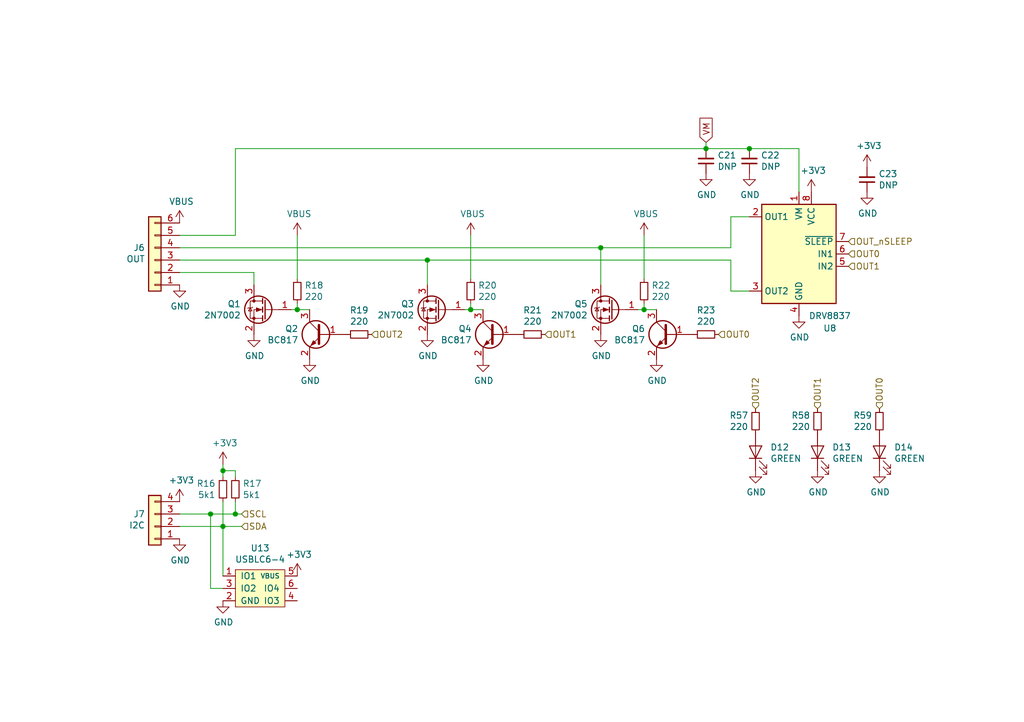
<source format=kicad_sch>
(kicad_sch (version 20211123) (generator eeschema)
  (paper "User" 210.007 148.006)
  (title_block (title "temperature-logger") (date "2022-01-19") (rev "v1.0") (company "Jana Marie Hemsing"))
  (lib_symbols
    (symbol "Connector_Generic:Conn_01x04" (pin_names (offset 1.016) hide)
      (property "Reference" "J" (at 0 5.08 0))
      (property "Value" "Conn_01x04" (at 0 -7.62 0))
      (symbol "Conn_01x04_1_1"
        (rectangle (start -1.27 -4.953) (end 0 -5.207) (stroke (width 0.1524)))
        (rectangle (start -1.27 -2.413) (end 0 -2.667) (stroke (width 0.1524)))
        (rectangle (start -1.27 0.127) (end 0 -0.127) (stroke (width 0.1524)))
        (rectangle (start -1.27 2.667) (end 0 2.413) (stroke (width 0.1524)))
        (rectangle (start -1.27 3.81) (end 1.27 -6.35) (stroke (width 0.254)) (fill (type background)))
        (pin passive line (at -5.08 2.54 0) (length 3.81) (name "Pin_1") (number "1"))
        (pin passive line (at -5.08 0 0) (length 3.81) (name "Pin_2") (number "2"))
        (pin passive line (at -5.08 -2.54 0) (length 3.81) (name "Pin_3") (number "3"))
        (pin passive line (at -5.08 -5.08 0) (length 3.81) (name "Pin_4") (number "4"))
      )
    )
    (symbol "Connector_Generic:Conn_01x06" (pin_names (offset 1.016) hide)
      (property "Reference" "J" (at 0 7.62 0))
      (property "Value" "Conn_01x06" (at 0 -10.16 0))
      (symbol "Conn_01x06_1_1"
        (rectangle (start -1.27 -7.493) (end 0 -7.747) (stroke (width 0.1524)))
        (rectangle (start -1.27 -4.953) (end 0 -5.207) (stroke (width 0.1524)))
        (rectangle (start -1.27 -2.413) (end 0 -2.667) (stroke (width 0.1524)))
        (rectangle (start -1.27 0.127) (end 0 -0.127) (stroke (width 0.1524)))
        (rectangle (start -1.27 2.667) (end 0 2.413) (stroke (width 0.1524)))
        (rectangle (start -1.27 5.207) (end 0 4.953) (stroke (width 0.1524)))
        (rectangle (start -1.27 6.35) (end 1.27 -8.89) (stroke (width 0.254)) (fill (type background)))
        (pin passive line (at -5.08 5.08 0) (length 3.81) (name "Pin_1") (number "1"))
        (pin passive line (at -5.08 2.54 0) (length 3.81) (name "Pin_2") (number "2"))
        (pin passive line (at -5.08 0 0) (length 3.81) (name "Pin_3") (number "3"))
        (pin passive line (at -5.08 -2.54 0) (length 3.81) (name "Pin_4") (number "4"))
        (pin passive line (at -5.08 -5.08 0) (length 3.81) (name "Pin_5") (number "5"))
        (pin passive line (at -5.08 -7.62 0) (length 3.81) (name "Pin_6") (number "6"))
      )
    )
    (symbol "Device:C_Small" (pin_numbers hide) (pin_names (offset 0.254) hide)
      (property "Reference" "C" (at 0.254 1.778 0))
      (property "Value" "C_Small" (at 0.254 -2.032 0))
      (symbol "C_Small_0_1"
        (polyline (pts (xy -1.524 -0.508) (xy 1.524 -0.508)) (stroke (width 0.3302)))
        (polyline (pts (xy -1.524 0.508) (xy 1.524 0.508)) (stroke (width 0.3048)))
      )
      (symbol "C_Small_1_1"
        (pin passive line (at 0 2.54 270) (length 2.032) (name "~") (number "1"))
        (pin passive line (at 0 -2.54 90) (length 2.032) (name "~") (number "2"))
      )
    )
    (symbol "Device:LED" (pin_numbers hide) (pin_names (offset 1.016) hide)
      (property "Reference" "D" (at 0 2.54 0))
      (property "Value" "LED" (at 0 -2.54 0))
      (symbol "LED_0_1"
        (polyline (pts (xy -1.27 -1.27) (xy -1.27 1.27)) (stroke (width 0.2032)))
        (polyline (pts (xy -1.27 0) (xy 1.27 0)))
        (polyline (pts (xy 1.27 -1.27) (xy 1.27 1.27) (xy -1.27 0) (xy 1.27 -1.27)) (stroke (width 0.2032)))
        (polyline (pts (xy -3.048 -0.762) (xy -4.572 -2.286) (xy -3.81 -2.286) (xy -4.572 -2.286) (xy -4.572 -1.524)))
        (polyline (pts (xy -1.778 -0.762) (xy -3.302 -2.286) (xy -2.54 -2.286) (xy -3.302 -2.286) (xy -3.302 -1.524)))
      )
      (symbol "LED_1_1"
        (pin passive line (at -3.81 0 0) (length 2.54) (name "K") (number "1"))
        (pin passive line (at 3.81 0 180) (length 2.54) (name "A") (number "2"))
      )
    )
    (symbol "Device:R_Small" (pin_numbers hide) (pin_names (offset 0.254) hide)
      (property "Reference" "R" (at 0.762 0.508 0))
      (property "Value" "R_Small" (at 0.762 -1.016 0))
      (symbol "R_Small_0_1"
        (rectangle (start -0.762 1.778) (end 0.762 -1.778) (stroke (width 0.2032)))
      )
      (symbol "R_Small_1_1"
        (pin passive line (at 0 2.54 270) (length 0.762) (name "~") (number "1"))
        (pin passive line (at 0 -2.54 90) (length 0.762) (name "~") (number "2"))
      )
    )
    (symbol "Driver_Motor:DRV8837"
      (property "Reference" "U" (at 6.35 11.43 0))
      (property "Value" "DRV8837" (at -10.16 11.43 0))
      (symbol "DRV8837_0_1"
        (rectangle (start -7.62 10.16) (end 7.62 -10.16) (stroke (width 0.254)) (fill (type background)))
      )
      (symbol "DRV8837_1_1"
        (pin power_in line (at 0 12.7 270) (length 2.54) (name "VM") (number "1"))
        (pin output line (at 10.16 7.62 180) (length 2.54) (name "OUT1") (number "2"))
        (pin output line (at 10.16 -7.62 180) (length 2.54) (name "OUT2") (number "3"))
        (pin power_in line (at 0 -12.7 90) (length 2.54) (name "GND") (number "4"))
        (pin input line (at -10.16 -2.54 0) (length 2.54) (name "IN2") (number "5"))
        (pin input line (at -10.16 0 0) (length 2.54) (name "IN1") (number "6"))
        (pin input line (at -10.16 2.54 0) (length 2.54) (name "~{SLEEP}") (number "7"))
        (pin power_in line (at -2.54 12.7 270) (length 2.54) (name "VCC") (number "8"))
        (pin passive line (at 0 -12.7 90) (length 2.54) hide (name "GND") (number "9"))
      )
    )
    (symbol "Transistor_BJT:BC817" (pin_names (offset 0) hide)
      (property "Reference" "Q" (at 5.08 1.905 0))
      (property "Value" "BC817" (at 5.08 0 0))
      (symbol "BC817_0_1"
        (polyline (pts (xy 0.635 0.635) (xy 2.54 2.54)))
        (polyline (pts (xy 0.635 -0.635) (xy 2.54 -2.54) (xy 2.54 -2.54)))
        (polyline (pts (xy 0.635 1.905) (xy 0.635 -1.905) (xy 0.635 -1.905)) (stroke (width 0.508)))
        (polyline (pts (xy 1.27 -1.778) (xy 1.778 -1.27) (xy 2.286 -2.286) (xy 1.27 -1.778) (xy 1.27 -1.778)) (fill (type outline)))
        (circle (center 1.27 0) (radius 2.8194) (stroke (width 0.254)))
      )
      (symbol "BC817_1_1"
        (pin input line (at -5.08 0 0) (length 5.715) (name "B") (number "1"))
        (pin passive line (at 2.54 -5.08 90) (length 2.54) (name "E") (number "2"))
        (pin passive line (at 2.54 5.08 270) (length 2.54) (name "C") (number "3"))
      )
    )
    (symbol "Transistor_FET:2N7002" (pin_names hide)
      (property "Reference" "Q" (at 5.08 1.905 0))
      (property "Value" "2N7002" (at 5.08 0 0))
      (symbol "2N7002_0_1"
        (polyline (pts (xy 0.254 0) (xy -2.54 0)))
        (polyline (pts (xy 0.254 1.905) (xy 0.254 -1.905)) (stroke (width 0.254)))
        (polyline (pts (xy 0.762 -1.27) (xy 0.762 -2.286)) (stroke (width 0.254)))
        (polyline (pts (xy 0.762 0.508) (xy 0.762 -0.508)) (stroke (width 0.254)))
        (polyline (pts (xy 0.762 2.286) (xy 0.762 1.27)) (stroke (width 0.254)))
        (polyline (pts (xy 2.54 2.54) (xy 2.54 1.778)))
        (polyline (pts (xy 2.54 -2.54) (xy 2.54 0) (xy 0.762 0)))
        (polyline (pts (xy 0.762 -1.778) (xy 3.302 -1.778) (xy 3.302 1.778) (xy 0.762 1.778)))
        (polyline (pts (xy 1.016 0) (xy 2.032 0.381) (xy 2.032 -0.381) (xy 1.016 0)) (fill (type outline)))
        (polyline (pts (xy 2.794 0.508) (xy 2.921 0.381) (xy 3.683 0.381) (xy 3.81 0.254)))
        (polyline (pts (xy 3.302 0.381) (xy 2.921 -0.254) (xy 3.683 -0.254) (xy 3.302 0.381)))
        (circle (center 1.651 0) (radius 2.794) (stroke (width 0.254)))
        (circle (center 2.54 -1.778) (radius 0.254) (fill (type outline)))
        (circle (center 2.54 1.778) (radius 0.254) (fill (type outline)))
      )
      (symbol "2N7002_1_1"
        (pin input line (at -5.08 0 0) (length 2.54) (name "G") (number "1"))
        (pin passive line (at 2.54 -5.08 90) (length 2.54) (name "S") (number "2"))
        (pin passive line (at 2.54 5.08 270) (length 2.54) (name "D") (number "3"))
      )
    )
    (symbol "otter:GND" (power) (pin_names (offset 0))
      (property "Value" "GND" (at 0 -3.81 0))
      (symbol "GND_0_1"
        (polyline (pts (xy 0 0) (xy 0 -1.27) (xy 1.27 -1.27) (xy 0 -2.54) (xy -1.27 -1.27) (xy 0 -1.27)))
      )
      (symbol "GND_1_1"
        (pin power_in line (at 0 0 270) (length 0) hide (name "GND") (number "1"))
      )
    )
    (symbol "otter:otter_USBLC6-4" (pin_names (offset 1.016))
      (property "Reference" "U" (at 0 7.62 0))
      (property "Value" "otter_USBLC6-4" (at 0 5.08 0))
      (symbol "otter_USBLC6-4_0_1"
        (rectangle (start -5.08 3.81) (end 5.08 -3.81) (fill (type background)))
      )
      (symbol "otter_USBLC6-4_1_1"
        (pin input line (at -7.62 2.54 0) (length 2.54) (name "IO1") (number "1"))
        (pin input line (at -7.62 -2.54 0) (length 2.54) (name "GND") (number "2"))
        (pin input line (at -7.62 0 0) (length 2.54) (name "IO2") (number "3"))
        (pin input line (at 7.62 -2.54 180) (length 2.54) (name "IO3") (number "4"))
        (pin input line (at 7.62 2.54 180) (length 2.54) (name "VBUS") (number "5"))
        (pin input line (at 7.62 0 180) (length 2.54) (name "IO4") (number "6"))
      )
    )
    (symbol "power:+3V3" (power) (pin_names (offset 0))
      (property "Value" "+3V3" (at 0 3.556 0))
      (symbol "+3V3_0_1"
        (polyline (pts (xy -0.762 1.27) (xy 0 2.54)))
        (polyline (pts (xy 0 0) (xy 0 2.54)))
        (polyline (pts (xy 0 2.54) (xy 0.762 1.27)))
      )
      (symbol "+3V3_1_1"
        (pin power_in line (at 0 0 90) (length 0) hide (name "+3V3") (number "1"))
      )
    )
    (symbol "power:VBUS" (power) (pin_names (offset 0))
      (property "Value" "VBUS" (at 0 3.81 0))
      (symbol "VBUS_0_1"
        (polyline (pts (xy -0.762 1.27) (xy 0 2.54)))
        (polyline (pts (xy 0 0) (xy 0 2.54)))
        (polyline (pts (xy 0 2.54) (xy 0.762 1.27)))
      )
      (symbol "VBUS_1_1"
        (pin power_in line (at 0 0 90) (length 0) hide (name "VBUS") (number "1"))
      )
    )
  )
  (junction (at 132.08 63.5))
  (junction (at 60.96 63.5))
  (junction (at 45.72 107.95))
  (junction (at 96.52 63.5))
  (junction (at 153.67 30.48))
  (junction (at 87.63 53.34))
  (junction (at 43.18 105.41))
  (junction (at 48.26 105.41))
  (junction (at 45.72 96.52))
  (junction (at 144.78 30.48))
  (junction (at 123.19 50.8))
  (wire (pts (xy 87.63 53.34) (xy 87.63 58.42)))
  (wire (pts (xy 132.08 48.26) (xy 132.08 57.15)))
  (wire (pts (xy 45.72 97.79) (xy 45.72 96.52)))
  (wire (pts (xy 52.07 55.88) (xy 52.07 58.42)))
  (wire (pts (xy 43.18 120.65) (xy 43.18 105.41)))
  (wire (pts (xy 45.72 95.25) (xy 45.72 96.52)))
  (wire (pts (xy 60.96 48.26) (xy 60.96 57.15)))
  (wire (pts (xy 96.52 62.23) (xy 96.52 63.5)))
  (wire (pts (xy 60.96 62.23) (xy 60.96 63.5)))
  (wire (pts (xy 48.26 105.41) (xy 49.53 105.41)))
  (wire (pts (xy 60.96 63.5) (xy 59.69 63.5)))
  (wire (pts (xy 87.63 53.34) (xy 149.86 53.34)))
  (wire (pts (xy 36.83 105.41) (xy 43.18 105.41)))
  (wire (pts (xy 63.5 63.5) (xy 60.96 63.5)))
  (wire (pts (xy 43.18 105.41) (xy 48.26 105.41)))
  (wire (pts (xy 132.08 62.23) (xy 132.08 63.5)))
  (wire (pts (xy 45.72 118.11) (xy 45.72 107.95)))
  (wire (pts (xy 45.72 96.52) (xy 48.26 96.52)))
  (wire (pts (xy 99.06 63.5) (xy 96.52 63.5)))
  (wire (pts (xy 153.67 30.48) (xy 163.83 30.48)))
  (wire (pts (xy 96.52 63.5) (xy 95.25 63.5)))
  (wire (pts (xy 163.83 30.48) (xy 163.83 39.37)))
  (wire (pts (xy 48.26 48.26) (xy 48.26 30.48)))
  (wire (pts (xy 134.62 63.5) (xy 132.08 63.5)))
  (wire (pts (xy 96.52 48.26) (xy 96.52 57.15)))
  (wire (pts (xy 144.78 29.21) (xy 144.78 30.48)))
  (wire (pts (xy 36.83 107.95) (xy 45.72 107.95)))
  (wire (pts (xy 149.86 53.34) (xy 149.86 59.69)))
  (wire (pts (xy 36.83 53.34) (xy 87.63 53.34)))
  (wire (pts (xy 48.26 96.52) (xy 48.26 97.79)))
  (wire (pts (xy 149.86 50.8) (xy 149.86 44.45)))
  (wire (pts (xy 149.86 44.45) (xy 153.67 44.45)))
  (wire (pts (xy 36.83 50.8) (xy 123.19 50.8)))
  (wire (pts (xy 123.19 50.8) (xy 123.19 58.42)))
  (wire (pts (xy 123.19 50.8) (xy 149.86 50.8)))
  (wire (pts (xy 52.07 55.88) (xy 36.83 55.88)))
  (wire (pts (xy 49.53 107.95) (xy 45.72 107.95)))
  (wire (pts (xy 132.08 63.5) (xy 130.81 63.5)))
  (wire (pts (xy 149.86 59.69) (xy 153.67 59.69)))
  (wire (pts (xy 45.72 120.65) (xy 43.18 120.65)))
  (wire (pts (xy 45.72 102.87) (xy 45.72 107.95)))
  (wire (pts (xy 144.78 30.48) (xy 153.67 30.48)))
  (wire (pts (xy 36.83 48.26) (xy 48.26 48.26)))
  (wire (pts (xy 48.26 102.87) (xy 48.26 105.41)))
  (wire (pts (xy 48.26 30.48) (xy 144.78 30.48)))
  (global_label "VM" (shape input) (at 144.78 29.21 90) (property "Intersheet References" "${INTERSHEET_REFS}" (effects hide)))
  (hierarchical_label "OUT2" (shape input) (at 154.94 83.82 90))
  (hierarchical_label "OUT1" (shape input) (at 167.64 83.82 90))
  (hierarchical_label "OUT_nSLEEP" (shape input) (at 173.99 49.53 0))
  (hierarchical_label "OUT2" (shape input) (at 76.2 68.58 0))
  (hierarchical_label "OUT1" (shape input) (at 111.76 68.58 0))
  (hierarchical_label "SDA" (shape input) (at 49.53 107.95 0))
  (hierarchical_label "OUT0" (shape input) (at 180.34 83.82 90))
  (hierarchical_label "OUT0" (shape input) (at 173.99 52.07 0))
  (hierarchical_label "SCL" (shape input) (at 49.53 105.41 0))
  (hierarchical_label "OUT1" (shape input) (at 173.99 54.61 0))
  (hierarchical_label "OUT0" (shape input) (at 147.32 68.58 0))
  (symbol (lib_id "Device:LED") (at 180.34 92.71 90)
    (property "Reference" "D14" (at 183.3372 91.7194 90) (effects (justify right)))
    (property "Value" "GREEN" (at 183.3372 94.0308 90) (effects (justify right)))
    (property "Footprint" "otter:LED_0603_1608Metric" (effects hide))
  )
  (symbol (lib_id "Device:R_Small") (at 180.34 86.36 180)
    (property "Reference" "R59" (at 178.8668 85.1916 0) (effects (justify left)))
    (property "Value" "220" (at 178.8668 87.503 0) (effects (justify left)))
    (property "Footprint" "otter:R_0402" (effects hide))
  )
  (symbol (lib_id "otter:GND") (at 180.34 96.52 0)
    (property "Reference" "#PWR0223" (effects hide))
    (property "Value" "GND" (at 180.467 100.9142 0))
  )
  (symbol (lib_id "Device:LED") (at 167.64 92.71 90)
    (property "Reference" "D13" (at 170.6372 91.7194 90) (effects (justify right)))
    (property "Value" "GREEN" (at 170.6372 94.0308 90) (effects (justify right)))
    (property "Footprint" "otter:LED_0603_1608Metric" (effects hide))
  )
  (symbol (lib_id "Device:R_Small") (at 167.64 86.36 180)
    (property "Reference" "R58" (at 166.1668 85.1916 0) (effects (justify left)))
    (property "Value" "220" (at 166.1668 87.503 0) (effects (justify left)))
    (property "Footprint" "otter:R_0402" (effects hide))
  )
  (symbol (lib_id "otter:GND") (at 167.64 96.52 0)
    (property "Reference" "#PWR0224" (effects hide))
    (property "Value" "GND" (at 167.767 100.9142 0))
  )
  (symbol (lib_id "Device:LED") (at 154.94 92.71 90)
    (property "Reference" "D12" (at 157.9372 91.7194 90) (effects (justify right)))
    (property "Value" "GREEN" (at 157.9372 94.0308 90) (effects (justify right)))
    (property "Footprint" "otter:LED_0603_1608Metric" (effects hide))
  )
  (symbol (lib_id "Device:R_Small") (at 154.94 86.36 180)
    (property "Reference" "R57" (at 153.4668 85.1916 0) (effects (justify left)))
    (property "Value" "220" (at 153.4668 87.503 0) (effects (justify left)))
    (property "Footprint" "otter:R_0402" (effects hide))
  )
  (symbol (lib_id "otter:GND") (at 154.94 96.52 0)
    (property "Reference" "#PWR0225" (effects hide))
    (property "Value" "GND" (at 155.067 100.9142 0))
  )
  (symbol (lib_id "otter:otter_USBLC6-4") (at 53.34 120.65 0)
    (property "Reference" "U13" (at 53.34 112.395 0))
    (property "Value" "USBLC6-4" (at 53.34 114.7064 0))
    (property "Footprint" "Package_TO_SOT_SMD:SOT-23-6" (effects hide))
  )
  (symbol (lib_id "otter:GND") (at 45.72 123.19 0)
    (property "Reference" "#PWR0226" (effects hide))
    (property "Value" "GND" (at 45.847 127.5842 0))
  )
  (symbol (lib_id "power:+3V3") (at 60.96 118.11 0)
    (property "Reference" "#PWR0227" (effects hide))
    (property "Value" "+3V3" (at 61.341 113.7158 0))
  )
  (symbol (lib_id "Connector_Generic:Conn_01x04") (at 31.75 107.95 180)
    (property "Reference" "J7" (at 29.7434 105.41 0) (effects (justify left)))
    (property "Value" "I2C" (at 29.7434 107.7214 0) (effects (justify left)))
    (property "Footprint" "Connector_Phoenix_MC:PhoenixContact_MC_1,5_4-G-3.5_1x04_P3.50mm_Horizontal" (effects hide))
  )
  (symbol (lib_id "Device:R_Small") (at 45.72 100.33 0)
    (property "Reference" "R16" (at 44.2214 99.1616 0) (effects (justify right)))
    (property "Value" "5k1" (at 44.2214 101.473 0) (effects (justify right)))
    (property "Footprint" "otter:R_0402" (effects hide))
  )
  (symbol (lib_id "Device:R_Small") (at 48.26 100.33 180)
    (property "Reference" "R17" (at 49.7586 99.1616 0) (effects (justify right)))
    (property "Value" "5k1" (at 49.7586 101.473 0) (effects (justify right)))
    (property "Footprint" "otter:R_0402" (effects hide))
  )
  (symbol (lib_id "power:+3V3") (at 36.83 102.87 0)
    (property "Reference" "#PWR0169" (effects hide))
    (property "Value" "+3V3" (at 37.211 98.4758 0))
  )
  (symbol (lib_id "power:+3V3") (at 45.72 95.25 0)
    (property "Reference" "#PWR0170" (effects hide))
    (property "Value" "+3V3" (at 46.101 90.8558 0))
  )
  (symbol (lib_id "otter:GND") (at 36.83 110.49 0)
    (property "Reference" "#PWR0171" (effects hide))
    (property "Value" "GND" (at 36.957 114.8842 0))
  )
  (symbol (lib_id "Connector_Generic:Conn_01x06") (at 31.75 53.34 180)
    (property "Reference" "J6" (at 29.7434 50.8 0) (effects (justify left)))
    (property "Value" "OUT" (at 29.7434 53.1114 0) (effects (justify left)))
    (property "Footprint" "Connector_Phoenix_MC:PhoenixContact_MC_1,5_6-G-3.5_1x06_P3.50mm_Horizontal" (effects hide))
  )
  (symbol (lib_id "power:VBUS") (at 36.83 45.72 0)
    (property "Reference" "#PWR0172" (effects hide))
    (property "Value" "VBUS" (at 37.211 41.3258 0))
  )
  (symbol (lib_id "otter:GND") (at 36.83 58.42 0)
    (property "Reference" "#PWR0173" (effects hide))
    (property "Value" "GND" (at 36.957 62.8142 0))
  )
  (symbol (lib_id "Driver_Motor:DRV8837") (at 163.83 52.07 0) (mirror y)
    (property "Reference" "U8" (at 170.18 67.31 0))
    (property "Value" "DRV8837" (at 170.18 64.77 0))
    (property "Footprint" "Package_SON:WSON-8-1EP_2x2mm_P0.5mm_EP0.9x1.6mm" (effects hide))
    (property "Datasheet" "http://www.ti.com/lit/ds/symlink/drv8837.pdf" (effects hide))
  )
  (symbol (lib_id "otter:GND") (at 163.83 64.77 0)
    (property "Reference" "#PWR0174" (effects hide))
    (property "Value" "GND" (at 163.957 69.1642 0))
  )
  (symbol (lib_id "power:+3V3") (at 166.37 39.37 0)
    (property "Reference" "#PWR0175" (effects hide))
    (property "Value" "+3V3" (at 166.751 34.9758 0))
  )
  (symbol (lib_id "Transistor_FET:2N7002") (at 54.61 63.5 0) (mirror y)
    (property "Reference" "Q1" (at 49.403 62.3316 0) (effects (justify left)))
    (property "Value" "2N7002" (at 49.403 64.643 0) (effects (justify left)))
    (property "Footprint" "Package_TO_SOT_SMD:SOT-23" (effects hide))
    (property "Datasheet" "https://www.fairchildsemi.com/datasheets/2N/2N7002.pdf" (effects hide))
  )
  (symbol (lib_id "otter:GND") (at 52.07 68.58 0)
    (property "Reference" "#PWR0176" (effects hide))
    (property "Value" "GND" (at 52.197 72.9742 0))
  )
  (symbol (lib_id "Transistor_BJT:BC817") (at 66.04 68.58 0) (mirror y)
    (property "Reference" "Q2" (at 61.1886 67.4116 0) (effects (justify left)))
    (property "Value" "BC817" (at 61.1886 69.723 0) (effects (justify left)))
    (property "Footprint" "Package_TO_SOT_SMD:SOT-23" (effects hide))
    (property "Datasheet" "http://www.fairchildsemi.com/ds/BC/BC817.pdf" (effects hide))
  )
  (symbol (lib_id "otter:GND") (at 63.5 73.66 0)
    (property "Reference" "#PWR0177" (effects hide))
    (property "Value" "GND" (at 63.627 78.0542 0))
  )
  (symbol (lib_id "Device:R_Small") (at 73.66 68.58 90)
    (property "Reference" "R19" (at 73.66 63.6016 90))
    (property "Value" "220" (at 73.66 65.913 90))
    (property "Footprint" "otter:R_0402" (effects hide))
  )
  (symbol (lib_id "Device:R_Small") (at 60.96 59.69 180)
    (property "Reference" "R18" (at 62.4586 58.5216 0) (effects (justify right)))
    (property "Value" "220" (at 62.4586 60.833 0) (effects (justify right)))
    (property "Footprint" "otter:R_0402" (effects hide))
  )
  (symbol (lib_id "power:VBUS") (at 60.96 48.26 0)
    (property "Reference" "#PWR0178" (effects hide))
    (property "Value" "VBUS" (at 61.341 43.8658 0))
  )
  (symbol (lib_id "Device:C_Small") (at 177.8 36.83 180)
    (property "Reference" "C23" (at 180.1368 35.6616 0) (effects (justify right)))
    (property "Value" "DNP" (at 180.1368 37.973 0) (effects (justify right)))
    (property "Footprint" "otter:C_0402" (effects hide))
  )
  (symbol (lib_id "otter:GND") (at 177.8 39.37 0)
    (property "Reference" "#PWR0179" (effects hide))
    (property "Value" "GND" (at 177.927 43.7642 0))
  )
  (symbol (lib_id "power:+3V3") (at 177.8 34.29 0)
    (property "Reference" "#PWR0180" (effects hide))
    (property "Value" "+3V3" (at 178.181 29.8958 0))
  )
  (symbol (lib_id "Device:C_Small") (at 153.67 33.02 180)
    (property "Reference" "C22" (at 156.0068 31.8516 0) (effects (justify right)))
    (property "Value" "DNP" (at 156.0068 34.163 0) (effects (justify right)))
    (property "Footprint" "otter:C_0603" (effects hide))
  )
  (symbol (lib_id "otter:GND") (at 153.67 35.56 0)
    (property "Reference" "#PWR0181" (effects hide))
    (property "Value" "GND" (at 153.797 39.9542 0))
  )
  (symbol (lib_id "Device:C_Small") (at 144.78 33.02 180)
    (property "Reference" "C21" (at 147.1168 31.8516 0) (effects (justify right)))
    (property "Value" "DNP" (at 147.1168 34.163 0) (effects (justify right)))
    (property "Footprint" "otter:C_0402" (effects hide))
  )
  (symbol (lib_id "otter:GND") (at 144.78 35.56 0)
    (property "Reference" "#PWR0182" (effects hide))
    (property "Value" "GND" (at 144.907 39.9542 0))
  )
  (symbol (lib_id "Transistor_FET:2N7002") (at 90.17 63.5 0) (mirror y)
    (property "Reference" "Q3" (at 84.963 62.3316 0) (effects (justify left)))
    (property "Value" "2N7002" (at 84.963 64.643 0) (effects (justify left)))
    (property "Footprint" "Package_TO_SOT_SMD:SOT-23" (effects hide))
    (property "Datasheet" "https://www.fairchildsemi.com/datasheets/2N/2N7002.pdf" (effects hide))
  )
  (symbol (lib_id "otter:GND") (at 87.63 68.58 0)
    (property "Reference" "#PWR0183" (effects hide))
    (property "Value" "GND" (at 87.757 72.9742 0))
  )
  (symbol (lib_id "Transistor_BJT:BC817") (at 101.6 68.58 0) (mirror y)
    (property "Reference" "Q4" (at 96.7486 67.4116 0) (effects (justify left)))
    (property "Value" "BC817" (at 96.7486 69.723 0) (effects (justify left)))
    (property "Footprint" "Package_TO_SOT_SMD:SOT-23" (effects hide))
    (property "Datasheet" "http://www.fairchildsemi.com/ds/BC/BC817.pdf" (effects hide))
  )
  (symbol (lib_id "otter:GND") (at 99.06 73.66 0)
    (property "Reference" "#PWR0184" (effects hide))
    (property "Value" "GND" (at 99.187 78.0542 0))
  )
  (symbol (lib_id "Device:R_Small") (at 109.22 68.58 90)
    (property "Reference" "R21" (at 109.22 63.6016 90))
    (property "Value" "220" (at 109.22 65.913 90))
    (property "Footprint" "otter:R_0402" (effects hide))
  )
  (symbol (lib_id "Device:R_Small") (at 96.52 59.69 180)
    (property "Reference" "R20" (at 98.0186 58.5216 0) (effects (justify right)))
    (property "Value" "220" (at 98.0186 60.833 0) (effects (justify right)))
    (property "Footprint" "otter:R_0402" (effects hide))
  )
  (symbol (lib_id "Transistor_FET:2N7002") (at 125.73 63.5 0) (mirror y)
    (property "Reference" "Q5" (at 120.523 62.3316 0) (effects (justify left)))
    (property "Value" "2N7002" (at 120.523 64.643 0) (effects (justify left)))
    (property "Footprint" "Package_TO_SOT_SMD:SOT-23" (effects hide))
    (property "Datasheet" "https://www.fairchildsemi.com/datasheets/2N/2N7002.pdf" (effects hide))
  )
  (symbol (lib_id "otter:GND") (at 123.19 68.58 0)
    (property "Reference" "#PWR0185" (effects hide))
    (property "Value" "GND" (at 123.317 72.9742 0))
  )
  (symbol (lib_id "Transistor_BJT:BC817") (at 137.16 68.58 0) (mirror y)
    (property "Reference" "Q6" (at 132.3086 67.4116 0) (effects (justify left)))
    (property "Value" "BC817" (at 132.3086 69.723 0) (effects (justify left)))
    (property "Footprint" "Package_TO_SOT_SMD:SOT-23" (effects hide))
    (property "Datasheet" "http://www.fairchildsemi.com/ds/BC/BC817.pdf" (effects hide))
  )
  (symbol (lib_id "otter:GND") (at 134.62 73.66 0)
    (property "Reference" "#PWR0186" (effects hide))
    (property "Value" "GND" (at 134.747 78.0542 0))
  )
  (symbol (lib_id "Device:R_Small") (at 144.78 68.58 90)
    (property "Reference" "R23" (at 144.78 63.6016 90))
    (property "Value" "220" (at 144.78 65.913 90))
    (property "Footprint" "otter:R_0402" (effects hide))
  )
  (symbol (lib_id "Device:R_Small") (at 132.08 59.69 180)
    (property "Reference" "R22" (at 133.5786 58.5216 0) (effects (justify right)))
    (property "Value" "220" (at 133.5786 60.833 0) (effects (justify right)))
    (property "Footprint" "otter:R_0402" (effects hide))
  )
  (symbol (lib_id "power:VBUS") (at 96.52 48.26 0)
    (property "Reference" "#PWR0187" (effects hide))
    (property "Value" "VBUS" (at 96.901 43.8658 0))
  )
  (symbol (lib_id "power:VBUS") (at 132.08 48.26 0)
    (property "Reference" "#PWR0188" (effects hide))
    (property "Value" "VBUS" (at 132.461 43.8658 0))
  )
)
</source>
